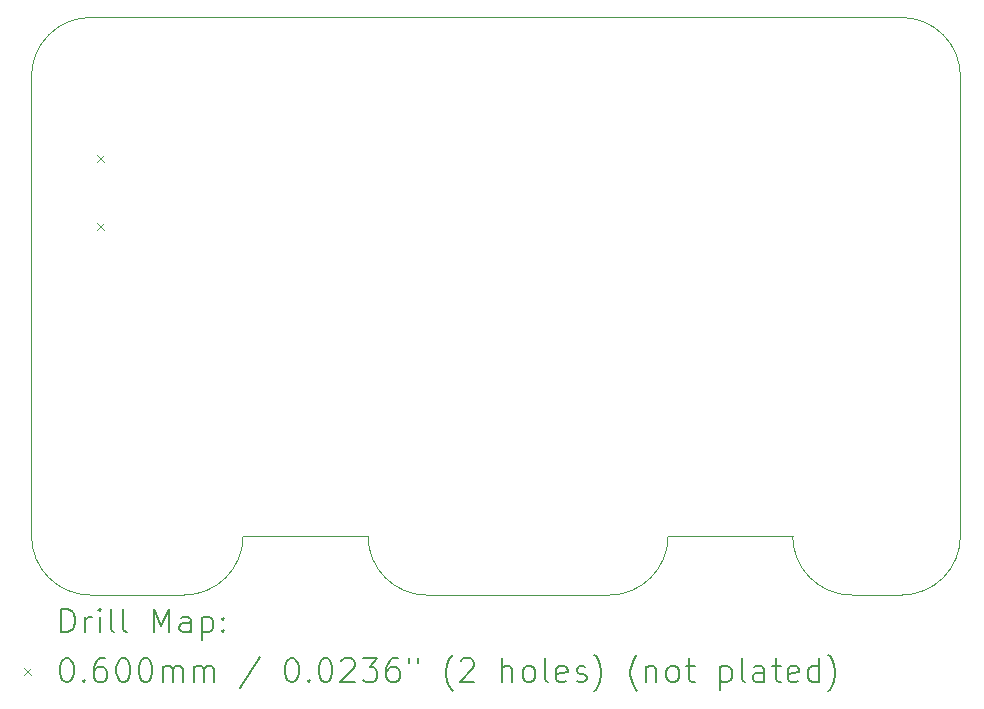
<source format=gbr>
%FSLAX45Y45*%
G04 Gerber Fmt 4.5, Leading zero omitted, Abs format (unit mm)*
G04 Created by KiCad (PCBNEW (6.0.4)) date 2023-01-05 12:05:05*
%MOMM*%
%LPD*%
G01*
G04 APERTURE LIST*
%TA.AperFunction,Profile*%
%ADD10C,0.100000*%
%TD*%
%ADD11C,0.200000*%
%ADD12C,0.060000*%
G04 APERTURE END LIST*
D10*
X8241500Y-6812500D02*
X9296070Y-6812500D01*
X10217500Y-2422500D02*
X3351500Y-2422500D01*
X2851500Y-6812500D02*
G75*
G03*
X3351500Y-7312500I500000J0D01*
G01*
X10716500Y-6812491D02*
X10716500Y-2924500D01*
X4142929Y-7312500D02*
G75*
G03*
X4642929Y-6812929I488J499512D01*
G01*
X3351500Y-2422500D02*
G75*
G03*
X2851499Y-2923500I0J-500002D01*
G01*
X4642929Y-6812929D02*
X5700500Y-6812929D01*
X2851499Y-2923500D02*
X2851499Y-6812500D01*
X9296070Y-6812500D02*
G75*
G03*
X9796071Y-7312500I499940J-60D01*
G01*
X10218500Y-7312493D02*
G75*
G03*
X10716500Y-6812491I-130J498134D01*
G01*
X7741500Y-7312930D02*
G75*
G03*
X8241500Y-6812928I60J499940D01*
G01*
X10716501Y-2924500D02*
G75*
G03*
X10217500Y-2422500I-499001J2990D01*
G01*
X4142929Y-7312500D02*
X3351500Y-7312500D01*
X5700501Y-6812929D02*
G75*
G03*
X6200501Y-7312929I499939J-61D01*
G01*
X10218500Y-7312500D02*
X9796071Y-7312500D01*
X6200501Y-7312929D02*
X7741500Y-7312929D01*
D11*
D12*
X3405000Y-3586500D02*
X3465000Y-3646500D01*
X3465000Y-3586500D02*
X3405000Y-3646500D01*
X3405000Y-4164500D02*
X3465000Y-4224500D01*
X3465000Y-4164500D02*
X3405000Y-4224500D01*
D11*
X3104117Y-7628405D02*
X3104117Y-7428405D01*
X3151736Y-7428405D01*
X3180308Y-7437929D01*
X3199355Y-7456977D01*
X3208879Y-7476024D01*
X3218403Y-7514119D01*
X3218403Y-7542691D01*
X3208879Y-7580786D01*
X3199355Y-7599834D01*
X3180308Y-7618881D01*
X3151736Y-7628405D01*
X3104117Y-7628405D01*
X3304117Y-7628405D02*
X3304117Y-7495072D01*
X3304117Y-7533167D02*
X3313641Y-7514119D01*
X3323165Y-7504596D01*
X3342212Y-7495072D01*
X3361260Y-7495072D01*
X3427927Y-7628405D02*
X3427927Y-7495072D01*
X3427927Y-7428405D02*
X3418403Y-7437929D01*
X3427927Y-7447453D01*
X3437450Y-7437929D01*
X3427927Y-7428405D01*
X3427927Y-7447453D01*
X3551736Y-7628405D02*
X3532688Y-7618881D01*
X3523165Y-7599834D01*
X3523165Y-7428405D01*
X3656498Y-7628405D02*
X3637450Y-7618881D01*
X3627927Y-7599834D01*
X3627927Y-7428405D01*
X3885069Y-7628405D02*
X3885069Y-7428405D01*
X3951736Y-7571262D01*
X4018403Y-7428405D01*
X4018403Y-7628405D01*
X4199355Y-7628405D02*
X4199355Y-7523643D01*
X4189831Y-7504596D01*
X4170784Y-7495072D01*
X4132688Y-7495072D01*
X4113641Y-7504596D01*
X4199355Y-7618881D02*
X4180308Y-7628405D01*
X4132688Y-7628405D01*
X4113641Y-7618881D01*
X4104117Y-7599834D01*
X4104117Y-7580786D01*
X4113641Y-7561738D01*
X4132688Y-7552215D01*
X4180308Y-7552215D01*
X4199355Y-7542691D01*
X4294593Y-7495072D02*
X4294593Y-7695072D01*
X4294593Y-7504596D02*
X4313641Y-7495072D01*
X4351736Y-7495072D01*
X4370784Y-7504596D01*
X4380308Y-7514119D01*
X4389831Y-7533167D01*
X4389831Y-7590310D01*
X4380308Y-7609357D01*
X4370784Y-7618881D01*
X4351736Y-7628405D01*
X4313641Y-7628405D01*
X4294593Y-7618881D01*
X4475546Y-7609357D02*
X4485070Y-7618881D01*
X4475546Y-7628405D01*
X4466022Y-7618881D01*
X4475546Y-7609357D01*
X4475546Y-7628405D01*
X4475546Y-7504596D02*
X4485070Y-7514119D01*
X4475546Y-7523643D01*
X4466022Y-7514119D01*
X4475546Y-7504596D01*
X4475546Y-7523643D01*
D12*
X2786498Y-7927929D02*
X2846498Y-7987929D01*
X2846498Y-7927929D02*
X2786498Y-7987929D01*
D11*
X3142212Y-7848405D02*
X3161260Y-7848405D01*
X3180308Y-7857929D01*
X3189831Y-7867453D01*
X3199355Y-7886500D01*
X3208879Y-7924596D01*
X3208879Y-7972215D01*
X3199355Y-8010310D01*
X3189831Y-8029357D01*
X3180308Y-8038881D01*
X3161260Y-8048405D01*
X3142212Y-8048405D01*
X3123165Y-8038881D01*
X3113641Y-8029357D01*
X3104117Y-8010310D01*
X3094593Y-7972215D01*
X3094593Y-7924596D01*
X3104117Y-7886500D01*
X3113641Y-7867453D01*
X3123165Y-7857929D01*
X3142212Y-7848405D01*
X3294593Y-8029357D02*
X3304117Y-8038881D01*
X3294593Y-8048405D01*
X3285069Y-8038881D01*
X3294593Y-8029357D01*
X3294593Y-8048405D01*
X3475546Y-7848405D02*
X3437450Y-7848405D01*
X3418403Y-7857929D01*
X3408879Y-7867453D01*
X3389831Y-7896024D01*
X3380308Y-7934119D01*
X3380308Y-8010310D01*
X3389831Y-8029357D01*
X3399355Y-8038881D01*
X3418403Y-8048405D01*
X3456498Y-8048405D01*
X3475546Y-8038881D01*
X3485069Y-8029357D01*
X3494593Y-8010310D01*
X3494593Y-7962691D01*
X3485069Y-7943643D01*
X3475546Y-7934119D01*
X3456498Y-7924596D01*
X3418403Y-7924596D01*
X3399355Y-7934119D01*
X3389831Y-7943643D01*
X3380308Y-7962691D01*
X3618403Y-7848405D02*
X3637450Y-7848405D01*
X3656498Y-7857929D01*
X3666022Y-7867453D01*
X3675546Y-7886500D01*
X3685069Y-7924596D01*
X3685069Y-7972215D01*
X3675546Y-8010310D01*
X3666022Y-8029357D01*
X3656498Y-8038881D01*
X3637450Y-8048405D01*
X3618403Y-8048405D01*
X3599355Y-8038881D01*
X3589831Y-8029357D01*
X3580308Y-8010310D01*
X3570784Y-7972215D01*
X3570784Y-7924596D01*
X3580308Y-7886500D01*
X3589831Y-7867453D01*
X3599355Y-7857929D01*
X3618403Y-7848405D01*
X3808879Y-7848405D02*
X3827927Y-7848405D01*
X3846974Y-7857929D01*
X3856498Y-7867453D01*
X3866022Y-7886500D01*
X3875546Y-7924596D01*
X3875546Y-7972215D01*
X3866022Y-8010310D01*
X3856498Y-8029357D01*
X3846974Y-8038881D01*
X3827927Y-8048405D01*
X3808879Y-8048405D01*
X3789831Y-8038881D01*
X3780308Y-8029357D01*
X3770784Y-8010310D01*
X3761260Y-7972215D01*
X3761260Y-7924596D01*
X3770784Y-7886500D01*
X3780308Y-7867453D01*
X3789831Y-7857929D01*
X3808879Y-7848405D01*
X3961260Y-8048405D02*
X3961260Y-7915072D01*
X3961260Y-7934119D02*
X3970784Y-7924596D01*
X3989831Y-7915072D01*
X4018403Y-7915072D01*
X4037450Y-7924596D01*
X4046974Y-7943643D01*
X4046974Y-8048405D01*
X4046974Y-7943643D02*
X4056498Y-7924596D01*
X4075546Y-7915072D01*
X4104117Y-7915072D01*
X4123165Y-7924596D01*
X4132688Y-7943643D01*
X4132688Y-8048405D01*
X4227927Y-8048405D02*
X4227927Y-7915072D01*
X4227927Y-7934119D02*
X4237450Y-7924596D01*
X4256498Y-7915072D01*
X4285070Y-7915072D01*
X4304117Y-7924596D01*
X4313641Y-7943643D01*
X4313641Y-8048405D01*
X4313641Y-7943643D02*
X4323165Y-7924596D01*
X4342212Y-7915072D01*
X4370784Y-7915072D01*
X4389831Y-7924596D01*
X4399355Y-7943643D01*
X4399355Y-8048405D01*
X4789831Y-7838881D02*
X4618403Y-8096024D01*
X5046974Y-7848405D02*
X5066022Y-7848405D01*
X5085070Y-7857929D01*
X5094593Y-7867453D01*
X5104117Y-7886500D01*
X5113641Y-7924596D01*
X5113641Y-7972215D01*
X5104117Y-8010310D01*
X5094593Y-8029357D01*
X5085070Y-8038881D01*
X5066022Y-8048405D01*
X5046974Y-8048405D01*
X5027927Y-8038881D01*
X5018403Y-8029357D01*
X5008879Y-8010310D01*
X4999355Y-7972215D01*
X4999355Y-7924596D01*
X5008879Y-7886500D01*
X5018403Y-7867453D01*
X5027927Y-7857929D01*
X5046974Y-7848405D01*
X5199355Y-8029357D02*
X5208879Y-8038881D01*
X5199355Y-8048405D01*
X5189831Y-8038881D01*
X5199355Y-8029357D01*
X5199355Y-8048405D01*
X5332689Y-7848405D02*
X5351736Y-7848405D01*
X5370784Y-7857929D01*
X5380308Y-7867453D01*
X5389831Y-7886500D01*
X5399355Y-7924596D01*
X5399355Y-7972215D01*
X5389831Y-8010310D01*
X5380308Y-8029357D01*
X5370784Y-8038881D01*
X5351736Y-8048405D01*
X5332689Y-8048405D01*
X5313641Y-8038881D01*
X5304117Y-8029357D01*
X5294593Y-8010310D01*
X5285070Y-7972215D01*
X5285070Y-7924596D01*
X5294593Y-7886500D01*
X5304117Y-7867453D01*
X5313641Y-7857929D01*
X5332689Y-7848405D01*
X5475546Y-7867453D02*
X5485070Y-7857929D01*
X5504117Y-7848405D01*
X5551736Y-7848405D01*
X5570784Y-7857929D01*
X5580308Y-7867453D01*
X5589831Y-7886500D01*
X5589831Y-7905548D01*
X5580308Y-7934119D01*
X5466022Y-8048405D01*
X5589831Y-8048405D01*
X5656498Y-7848405D02*
X5780308Y-7848405D01*
X5713641Y-7924596D01*
X5742212Y-7924596D01*
X5761260Y-7934119D01*
X5770784Y-7943643D01*
X5780308Y-7962691D01*
X5780308Y-8010310D01*
X5770784Y-8029357D01*
X5761260Y-8038881D01*
X5742212Y-8048405D01*
X5685069Y-8048405D01*
X5666022Y-8038881D01*
X5656498Y-8029357D01*
X5951736Y-7848405D02*
X5913641Y-7848405D01*
X5894593Y-7857929D01*
X5885069Y-7867453D01*
X5866022Y-7896024D01*
X5856498Y-7934119D01*
X5856498Y-8010310D01*
X5866022Y-8029357D01*
X5875546Y-8038881D01*
X5894593Y-8048405D01*
X5932688Y-8048405D01*
X5951736Y-8038881D01*
X5961260Y-8029357D01*
X5970784Y-8010310D01*
X5970784Y-7962691D01*
X5961260Y-7943643D01*
X5951736Y-7934119D01*
X5932688Y-7924596D01*
X5894593Y-7924596D01*
X5875546Y-7934119D01*
X5866022Y-7943643D01*
X5856498Y-7962691D01*
X6046974Y-7848405D02*
X6046974Y-7886500D01*
X6123165Y-7848405D02*
X6123165Y-7886500D01*
X6418403Y-8124596D02*
X6408879Y-8115072D01*
X6389831Y-8086500D01*
X6380308Y-8067453D01*
X6370784Y-8038881D01*
X6361260Y-7991262D01*
X6361260Y-7953167D01*
X6370784Y-7905548D01*
X6380308Y-7876977D01*
X6389831Y-7857929D01*
X6408879Y-7829357D01*
X6418403Y-7819834D01*
X6485069Y-7867453D02*
X6494593Y-7857929D01*
X6513641Y-7848405D01*
X6561260Y-7848405D01*
X6580308Y-7857929D01*
X6589831Y-7867453D01*
X6599355Y-7886500D01*
X6599355Y-7905548D01*
X6589831Y-7934119D01*
X6475546Y-8048405D01*
X6599355Y-8048405D01*
X6837450Y-8048405D02*
X6837450Y-7848405D01*
X6923165Y-8048405D02*
X6923165Y-7943643D01*
X6913641Y-7924596D01*
X6894593Y-7915072D01*
X6866022Y-7915072D01*
X6846974Y-7924596D01*
X6837450Y-7934119D01*
X7046974Y-8048405D02*
X7027927Y-8038881D01*
X7018403Y-8029357D01*
X7008879Y-8010310D01*
X7008879Y-7953167D01*
X7018403Y-7934119D01*
X7027927Y-7924596D01*
X7046974Y-7915072D01*
X7075546Y-7915072D01*
X7094593Y-7924596D01*
X7104117Y-7934119D01*
X7113641Y-7953167D01*
X7113641Y-8010310D01*
X7104117Y-8029357D01*
X7094593Y-8038881D01*
X7075546Y-8048405D01*
X7046974Y-8048405D01*
X7227927Y-8048405D02*
X7208879Y-8038881D01*
X7199355Y-8019834D01*
X7199355Y-7848405D01*
X7380308Y-8038881D02*
X7361260Y-8048405D01*
X7323165Y-8048405D01*
X7304117Y-8038881D01*
X7294593Y-8019834D01*
X7294593Y-7943643D01*
X7304117Y-7924596D01*
X7323165Y-7915072D01*
X7361260Y-7915072D01*
X7380308Y-7924596D01*
X7389831Y-7943643D01*
X7389831Y-7962691D01*
X7294593Y-7981738D01*
X7466022Y-8038881D02*
X7485069Y-8048405D01*
X7523165Y-8048405D01*
X7542212Y-8038881D01*
X7551736Y-8019834D01*
X7551736Y-8010310D01*
X7542212Y-7991262D01*
X7523165Y-7981738D01*
X7494593Y-7981738D01*
X7475546Y-7972215D01*
X7466022Y-7953167D01*
X7466022Y-7943643D01*
X7475546Y-7924596D01*
X7494593Y-7915072D01*
X7523165Y-7915072D01*
X7542212Y-7924596D01*
X7618403Y-8124596D02*
X7627927Y-8115072D01*
X7646974Y-8086500D01*
X7656498Y-8067453D01*
X7666022Y-8038881D01*
X7675546Y-7991262D01*
X7675546Y-7953167D01*
X7666022Y-7905548D01*
X7656498Y-7876977D01*
X7646974Y-7857929D01*
X7627927Y-7829357D01*
X7618403Y-7819834D01*
X7980308Y-8124596D02*
X7970784Y-8115072D01*
X7951736Y-8086500D01*
X7942212Y-8067453D01*
X7932688Y-8038881D01*
X7923165Y-7991262D01*
X7923165Y-7953167D01*
X7932688Y-7905548D01*
X7942212Y-7876977D01*
X7951736Y-7857929D01*
X7970784Y-7829357D01*
X7980308Y-7819834D01*
X8056498Y-7915072D02*
X8056498Y-8048405D01*
X8056498Y-7934119D02*
X8066022Y-7924596D01*
X8085069Y-7915072D01*
X8113641Y-7915072D01*
X8132688Y-7924596D01*
X8142212Y-7943643D01*
X8142212Y-8048405D01*
X8266022Y-8048405D02*
X8246974Y-8038881D01*
X8237450Y-8029357D01*
X8227927Y-8010310D01*
X8227927Y-7953167D01*
X8237450Y-7934119D01*
X8246974Y-7924596D01*
X8266022Y-7915072D01*
X8294593Y-7915072D01*
X8313641Y-7924596D01*
X8323165Y-7934119D01*
X8332688Y-7953167D01*
X8332688Y-8010310D01*
X8323165Y-8029357D01*
X8313641Y-8038881D01*
X8294593Y-8048405D01*
X8266022Y-8048405D01*
X8389831Y-7915072D02*
X8466022Y-7915072D01*
X8418403Y-7848405D02*
X8418403Y-8019834D01*
X8427927Y-8038881D01*
X8446974Y-8048405D01*
X8466022Y-8048405D01*
X8685070Y-7915072D02*
X8685070Y-8115072D01*
X8685070Y-7924596D02*
X8704117Y-7915072D01*
X8742212Y-7915072D01*
X8761260Y-7924596D01*
X8770784Y-7934119D01*
X8780308Y-7953167D01*
X8780308Y-8010310D01*
X8770784Y-8029357D01*
X8761260Y-8038881D01*
X8742212Y-8048405D01*
X8704117Y-8048405D01*
X8685070Y-8038881D01*
X8894593Y-8048405D02*
X8875546Y-8038881D01*
X8866022Y-8019834D01*
X8866022Y-7848405D01*
X9056498Y-8048405D02*
X9056498Y-7943643D01*
X9046974Y-7924596D01*
X9027927Y-7915072D01*
X8989831Y-7915072D01*
X8970784Y-7924596D01*
X9056498Y-8038881D02*
X9037450Y-8048405D01*
X8989831Y-8048405D01*
X8970784Y-8038881D01*
X8961260Y-8019834D01*
X8961260Y-8000786D01*
X8970784Y-7981738D01*
X8989831Y-7972215D01*
X9037450Y-7972215D01*
X9056498Y-7962691D01*
X9123165Y-7915072D02*
X9199355Y-7915072D01*
X9151736Y-7848405D02*
X9151736Y-8019834D01*
X9161260Y-8038881D01*
X9180308Y-8048405D01*
X9199355Y-8048405D01*
X9342212Y-8038881D02*
X9323165Y-8048405D01*
X9285070Y-8048405D01*
X9266022Y-8038881D01*
X9256498Y-8019834D01*
X9256498Y-7943643D01*
X9266022Y-7924596D01*
X9285070Y-7915072D01*
X9323165Y-7915072D01*
X9342212Y-7924596D01*
X9351736Y-7943643D01*
X9351736Y-7962691D01*
X9256498Y-7981738D01*
X9523165Y-8048405D02*
X9523165Y-7848405D01*
X9523165Y-8038881D02*
X9504117Y-8048405D01*
X9466022Y-8048405D01*
X9446974Y-8038881D01*
X9437450Y-8029357D01*
X9427927Y-8010310D01*
X9427927Y-7953167D01*
X9437450Y-7934119D01*
X9446974Y-7924596D01*
X9466022Y-7915072D01*
X9504117Y-7915072D01*
X9523165Y-7924596D01*
X9599355Y-8124596D02*
X9608879Y-8115072D01*
X9627927Y-8086500D01*
X9637450Y-8067453D01*
X9646974Y-8038881D01*
X9656498Y-7991262D01*
X9656498Y-7953167D01*
X9646974Y-7905548D01*
X9637450Y-7876977D01*
X9627927Y-7857929D01*
X9608879Y-7829357D01*
X9599355Y-7819834D01*
M02*

</source>
